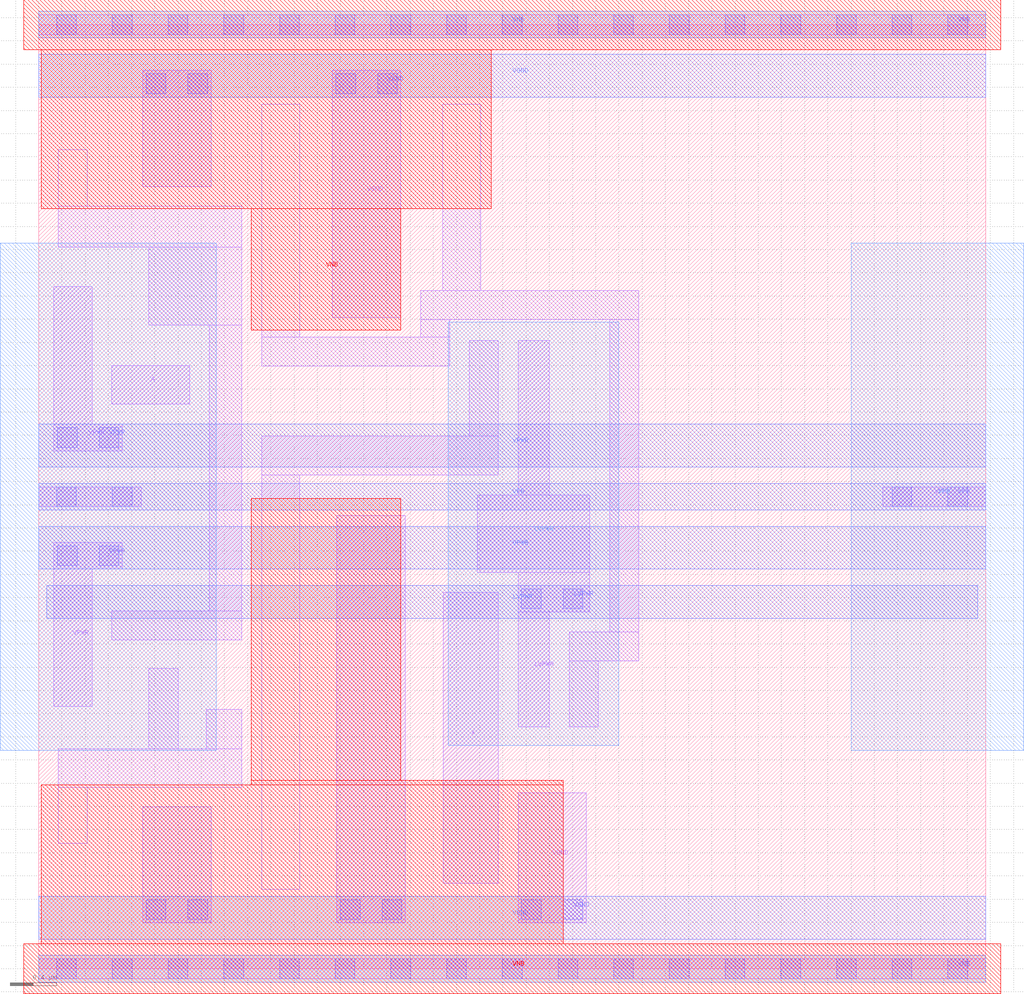
<source format=lef>
VERSION 5.7 ;
  NOWIREEXTENSIONATPIN ON ;
  DIVIDERCHAR "/" ;
  BUSBITCHARS "[]" ;
MACRO sky130_fd_sc_hvl__lsbufhv2lv_1
  CLASS BLOCK ;
  FOREIGN sky130_fd_sc_hvl__lsbufhv2lv_1 ;
  ORIGIN 0.000 0.000 ;
  SIZE 8.160 BY 8.140 ;
  PIN A
    ANTENNAGATEAREA 0.420000 ;
    PORT
      LAYER li1 ;
        RECT 0.630 4.870 1.300 5.200 ;
    END
  END A
  PIN LVPWR
    ANTENNADIFFAREA 1.176500 ;
    PORT
      LAYER nwell ;
        RECT 3.530 1.925 5.000 5.575 ;
      LAYER li1 ;
        RECT 4.130 4.085 4.400 5.415 ;
        RECT 3.780 3.415 4.750 4.085 ;
        RECT 4.130 3.075 4.750 3.415 ;
        RECT 4.130 2.085 4.400 3.075 ;
      LAYER mcon ;
        RECT 4.160 3.105 4.330 3.275 ;
        RECT 4.520 3.105 4.690 3.275 ;
      LAYER met1 ;
        RECT 0.070 3.020 8.090 3.305 ;
    END
  END LVPWR
  PIN VGND
    USE GROUND ;
    PORT
      LAYER li1 ;
        RECT 0.895 6.745 1.485 7.745 ;
        RECT 2.530 5.615 3.120 7.745 ;
      LAYER mcon ;
        RECT 0.925 7.545 1.095 7.715 ;
        RECT 1.285 7.545 1.455 7.715 ;
        RECT 2.560 7.545 2.730 7.715 ;
        RECT 2.920 7.545 3.090 7.715 ;
      LAYER met1 ;
        RECT 0.000 7.515 8.160 7.885 ;
    END
    PORT
      LAYER li1 ;
        RECT 0.895 0.395 1.485 1.395 ;
        RECT 2.570 0.395 3.160 3.910 ;
        RECT 4.130 0.395 4.720 1.515 ;
      LAYER mcon ;
        RECT 0.925 0.425 1.095 0.595 ;
        RECT 1.285 0.425 1.455 0.595 ;
        RECT 2.600 0.425 2.770 0.595 ;
        RECT 2.960 0.425 3.130 0.595 ;
        RECT 4.160 0.425 4.330 0.595 ;
        RECT 4.520 0.425 4.690 0.595 ;
      LAYER met1 ;
        RECT 0.000 0.255 8.160 0.625 ;
    END
  END VGND
  PIN VNB
    ANTENNADIFFAREA 1.387200 ;
    PORT
      LAYER pwell ;
        RECT 1.830 1.625 3.120 4.055 ;
        RECT 1.830 1.585 4.520 1.625 ;
        RECT 0.020 0.215 4.520 1.585 ;
        RECT -0.130 -0.215 8.290 0.215 ;
      LAYER li1 ;
        RECT 0.000 -0.085 8.160 0.085 ;
      LAYER mcon ;
        RECT 0.155 -0.085 0.325 0.085 ;
        RECT 0.635 -0.085 0.805 0.085 ;
        RECT 1.115 -0.085 1.285 0.085 ;
        RECT 1.595 -0.085 1.765 0.085 ;
        RECT 2.075 -0.085 2.245 0.085 ;
        RECT 2.555 -0.085 2.725 0.085 ;
        RECT 3.035 -0.085 3.205 0.085 ;
        RECT 3.515 -0.085 3.685 0.085 ;
        RECT 3.995 -0.085 4.165 0.085 ;
        RECT 4.475 -0.085 4.645 0.085 ;
        RECT 4.955 -0.085 5.125 0.085 ;
        RECT 5.435 -0.085 5.605 0.085 ;
        RECT 5.915 -0.085 6.085 0.085 ;
        RECT 6.395 -0.085 6.565 0.085 ;
        RECT 6.875 -0.085 7.045 0.085 ;
        RECT 7.355 -0.085 7.525 0.085 ;
        RECT 7.835 -0.085 8.005 0.085 ;
      LAYER met1 ;
        RECT 0.000 -0.115 8.160 0.115 ;
    END
    PORT
      LAYER pwell ;
        RECT -0.130 7.925 8.290 8.355 ;
        RECT 0.020 6.555 3.900 7.925 ;
        RECT 1.830 5.505 3.120 6.555 ;
      LAYER li1 ;
        RECT 0.000 8.055 8.160 8.225 ;
      LAYER mcon ;
        RECT 0.155 8.055 0.325 8.225 ;
        RECT 0.635 8.055 0.805 8.225 ;
        RECT 1.115 8.055 1.285 8.225 ;
        RECT 1.595 8.055 1.765 8.225 ;
        RECT 2.075 8.055 2.245 8.225 ;
        RECT 2.555 8.055 2.725 8.225 ;
        RECT 3.035 8.055 3.205 8.225 ;
        RECT 3.515 8.055 3.685 8.225 ;
        RECT 3.995 8.055 4.165 8.225 ;
        RECT 4.475 8.055 4.645 8.225 ;
        RECT 4.955 8.055 5.125 8.225 ;
        RECT 5.435 8.055 5.605 8.225 ;
        RECT 5.915 8.055 6.085 8.225 ;
        RECT 6.395 8.055 6.565 8.225 ;
        RECT 6.875 8.055 7.045 8.225 ;
        RECT 7.355 8.055 7.525 8.225 ;
        RECT 7.835 8.055 8.005 8.225 ;
      LAYER met1 ;
        RECT 0.000 8.025 8.160 8.255 ;
    END
  END VNB
  PIN VPB
    ANTENNADIFFAREA 0.345100 ;
    PORT
      LAYER nwell ;
        RECT -0.330 1.885 1.530 6.255 ;
        RECT 7.000 1.885 8.490 6.255 ;
      LAYER li1 ;
        RECT 0.000 3.985 0.885 4.155 ;
        RECT 7.275 3.985 8.160 4.155 ;
      LAYER mcon ;
        RECT 0.155 3.985 0.325 4.155 ;
        RECT 0.635 3.985 0.805 4.155 ;
        RECT 7.355 3.985 7.525 4.155 ;
        RECT 7.835 3.985 8.005 4.155 ;
      LAYER met1 ;
        RECT 0.000 3.955 8.160 4.185 ;
    END
  END VPB
  PIN VPWR
    USE POWER ;
    PORT
      LAYER li1 ;
        RECT 0.130 3.445 0.720 3.675 ;
        RECT 0.130 2.260 0.460 3.445 ;
      LAYER mcon ;
        RECT 0.160 3.475 0.330 3.645 ;
        RECT 0.520 3.475 0.690 3.645 ;
      LAYER met1 ;
        RECT 0.000 3.445 8.160 3.815 ;
    END
    PORT
      LAYER li1 ;
        RECT 0.130 4.695 0.460 5.880 ;
        RECT 0.130 4.465 0.720 4.695 ;
      LAYER mcon ;
        RECT 0.160 4.495 0.330 4.665 ;
        RECT 0.520 4.495 0.690 4.665 ;
      LAYER met1 ;
        RECT 0.000 4.325 8.160 4.695 ;
    END
  END VPWR
  PIN X
    ANTENNADIFFAREA 0.492900 ;
    PORT
      LAYER li1 ;
        RECT 3.485 0.735 3.960 3.245 ;
    END
  END X
  OBS
      LAYER li1 ;
        RECT 0.170 6.575 0.420 7.060 ;
        RECT 0.170 6.220 1.750 6.575 ;
        RECT 0.950 5.550 1.750 6.220 ;
        RECT 1.470 3.085 1.750 5.550 ;
        RECT 1.920 5.445 2.250 7.455 ;
        RECT 3.480 5.845 3.810 7.455 ;
        RECT 3.290 5.595 5.170 5.845 ;
        RECT 3.290 5.445 3.540 5.595 ;
        RECT 1.920 5.195 3.540 5.445 ;
        RECT 3.710 4.595 3.960 5.415 ;
        RECT 0.630 2.835 1.750 3.085 ;
        RECT 1.920 4.255 3.960 4.595 ;
        RECT 0.950 1.895 1.200 2.590 ;
        RECT 1.445 1.895 1.750 2.235 ;
        RECT 0.170 1.565 1.750 1.895 ;
        RECT 0.170 1.080 0.420 1.565 ;
        RECT 1.920 0.685 2.250 4.255 ;
        RECT 4.920 2.905 5.170 5.595 ;
        RECT 4.570 2.655 5.170 2.905 ;
        RECT 4.570 2.085 4.820 2.655 ;
  END
END sky130_fd_sc_hvl__lsbufhv2lv_1
END LIBRARY


</source>
